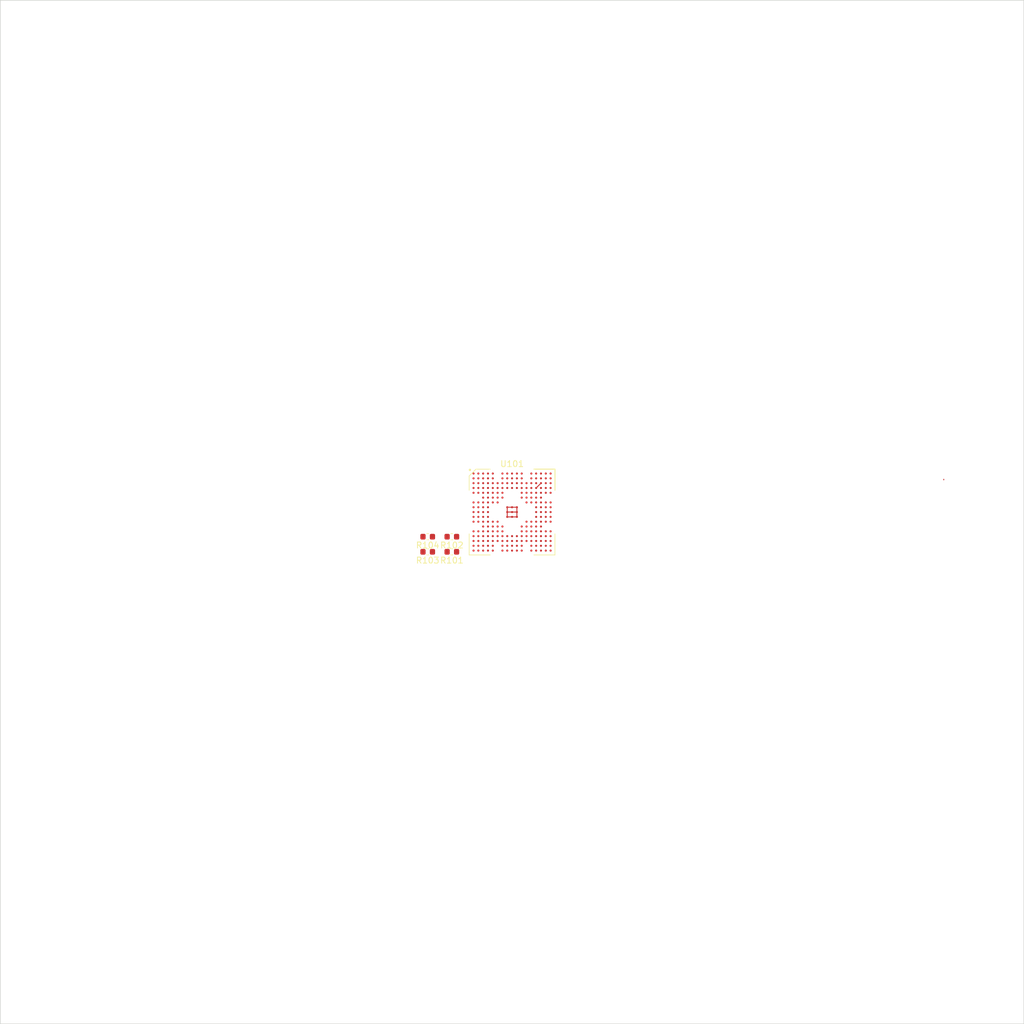
<source format=kicad_pcb>
(kicad_pcb (version 20171130) (host pcbnew 5.1.5+dfsg1-2build2)

  (general
    (thickness 1.6)
    (drawings 4)
    (tracks 8)
    (zones 0)
    (modules 5)
    (nets 8)
  )

  (page A3)
  (title_block
    (title "Neotron 9X PCB")
    (date 2020-07-25)
    (rev Uncontrolled)
    (company https://github.com/neotron-compute)
    (comment 1 "CC-BY-SA 4.0")
  )

  (layers
    (0 F.Cu signal)
    (31 B.Cu signal)
    (32 B.Adhes user)
    (33 F.Adhes user)
    (34 B.Paste user)
    (35 F.Paste user)
    (36 B.SilkS user)
    (37 F.SilkS user)
    (38 B.Mask user)
    (39 F.Mask user)
    (40 Dwgs.User user)
    (41 Cmts.User user)
    (42 Eco1.User user)
    (43 Eco2.User user)
    (44 Edge.Cuts user)
    (45 Margin user)
    (46 B.CrtYd user)
    (47 F.CrtYd user)
    (48 B.Fab user)
    (49 F.Fab user)
  )

  (setup
    (last_trace_width 0.15)
    (user_trace_width 0.15)
    (user_trace_width 0.3)
    (user_trace_width 0.6)
    (user_trace_width 1.2)
    (trace_clearance 0.15)
    (zone_clearance 0.508)
    (zone_45_only no)
    (trace_min 0.15)
    (via_size 0.6)
    (via_drill 0.35)
    (via_min_size 0.6)
    (via_min_drill 0.35)
    (user_via 0.6 0.35)
    (uvia_size 0.15)
    (uvia_drill 0.1)
    (uvias_allowed no)
    (uvia_min_size 0)
    (uvia_min_drill 0)
    (edge_width 0.05)
    (segment_width 0.2)
    (pcb_text_width 0.3)
    (pcb_text_size 1.5 1.5)
    (mod_edge_width 0.12)
    (mod_text_size 1 1)
    (mod_text_width 0.15)
    (pad_size 1.524 1.524)
    (pad_drill 0.762)
    (pad_to_mask_clearance 0.051)
    (solder_mask_min_width 0.25)
    (aux_axis_origin 0 0)
    (grid_origin 55 60)
    (visible_elements FFFFEF7F)
    (pcbplotparams
      (layerselection 0x010fc_ffffffff)
      (usegerberextensions false)
      (usegerberattributes false)
      (usegerberadvancedattributes false)
      (creategerberjobfile false)
      (excludeedgelayer true)
      (linewidth 0.100000)
      (plotframeref false)
      (viasonmask false)
      (mode 1)
      (useauxorigin false)
      (hpglpennumber 1)
      (hpglpenspeed 20)
      (hpglpendiameter 15.000000)
      (psnegative false)
      (psa4output false)
      (plotreference true)
      (plotvalue true)
      (plotinvisibletext false)
      (padsonsilk false)
      (subtractmaskfromsilk false)
      (outputformat 1)
      (mirror false)
      (drillshape 1)
      (scaleselection 1)
      (outputdirectory ""))
  )

  (net 0 "")
  (net 1 /TDI)
  (net 2 +3V3)
  (net 3 /TMS)
  (net 4 ~RST)
  (net 5 +1V8)
  (net 6 GND)
  (net 7 +1V1)

  (net_class Default "This is the default net class."
    (clearance 0.15)
    (trace_width 0.15)
    (via_dia 0.6)
    (via_drill 0.35)
    (uvia_dia 0.15)
    (uvia_drill 0.1)
    (add_net +1V1)
    (add_net +1V8)
    (add_net +3V3)
    (add_net /RTCK)
    (add_net /TDI)
    (add_net /TMS)
    (add_net GND)
    (add_net "Net-(U101-PadA2)")
    (add_net "Net-(U101-PadA3)")
    (add_net "Net-(U101-PadA4)")
    (add_net "Net-(U101-PadA5)")
    (add_net "Net-(U101-PadA7)")
    (add_net "Net-(U101-PadA8)")
    (add_net "Net-(U101-PadB1)")
    (add_net "Net-(U101-PadB3)")
    (add_net "Net-(U101-PadB4)")
    (add_net "Net-(U101-PadB5)")
    (add_net "Net-(U101-PadB7)")
    (add_net "Net-(U101-PadB8)")
    (add_net "Net-(U101-PadC1)")
    (add_net "Net-(U101-PadC4)")
    (add_net "Net-(U101-PadC5)")
    (add_net "Net-(U101-PadC6)")
    (add_net "Net-(U101-PadC7)")
    (add_net "Net-(U101-PadC8)")
    (add_net "Net-(U101-PadD1)")
    (add_net "Net-(U101-PadD2)")
    (add_net "Net-(U101-PadD3)")
    (add_net "Net-(U101-PadD5)")
    (add_net "Net-(U101-PadD7)")
    (add_net "Net-(U101-PadE1)")
    (add_net "Net-(U101-PadE2)")
    (add_net "Net-(U101-PadE3)")
    (add_net "Net-(U101-PadE4)")
    (add_net "Net-(U101-PadF4)")
    (add_net "Net-(U101-PadF5)")
    (add_net "Net-(U101-PadG1)")
    (add_net "Net-(U101-PadG2)")
    (add_net "Net-(U101-PadG3)")
    (add_net "Net-(U101-PadG4)")
    (add_net "Net-(U101-PadH1)")
    (add_net "Net-(U101-PadH2)")
    (add_net "Net-(U101-PadH3)")
    (add_net "Net-(U101-PadH4)")
    (add_net "Net-(U101-PadJ1)")
    (add_net "Net-(U101-PadJ2)")
    (add_net "Net-(U101-PadJ4)")
    (add_net "Net-(U101-PadK1)")
    (add_net "Net-(U101-PadK2)")
    (add_net "Net-(U101-PadK3)")
    (add_net "Net-(U101-PadK4)")
    (add_net "Net-(U101-PadL1)")
    (add_net "Net-(U101-PadL2)")
    (add_net "Net-(U101-PadL3)")
    (add_net "Net-(U101-PadL4)")
    (add_net "Net-(U101-PadM3)")
    (add_net "Net-(U101-PadM4)")
    (add_net "Net-(U101-PadN1)")
    (add_net "Net-(U101-PadN2)")
    (add_net "Net-(U101-PadN3)")
    (add_net "Net-(U101-PadP2)")
    (add_net "Net-(U101-PadP3)")
    (add_net "Net-(U101-PadP5)")
    (add_net "Net-(U101-PadP6)")
    (add_net "Net-(U101-PadR1)")
    (add_net "Net-(U101-PadR2)")
    (add_net "Net-(U101-PadR4)")
    (add_net "Net-(U101-PadR5)")
    (add_net "Net-(U101-PadR7)")
    (add_net "Net-(U101-PadT1)")
    (add_net "Net-(U101-PadT3)")
    (add_net "Net-(U101-PadT4)")
    (add_net "Net-(U101-PadT5)")
    (add_net "Net-(U101-PadT7)")
    (add_net "Net-(U101-PadU2)")
    (add_net "Net-(U101-PadU3)")
    (add_net "Net-(U101-PadU4)")
    (add_net "Net-(U101-PadU5)")
    (add_net "Net-(U101-PadU7)")
    (add_net ~RST)
  )

  (module Resistor_SMD:R_0603_1608Metric (layer F.Cu) (tedit 5B301BBD) (tstamp 5F1C9E7F)
    (at 125.99 149.09 180)
    (descr "Resistor SMD 0603 (1608 Metric), square (rectangular) end terminal, IPC_7351 nominal, (Body size source: http://www.tortai-tech.com/upload/download/2011102023233369053.pdf), generated with kicad-footprint-generator")
    (tags resistor)
    (path /5F45D253)
    (attr smd)
    (fp_text reference R104 (at 0 -1.43) (layer F.SilkS)
      (effects (font (size 1 1) (thickness 0.15)))
    )
    (fp_text value 100 (at 0 1.43) (layer F.Fab)
      (effects (font (size 1 1) (thickness 0.15)))
    )
    (fp_text user %R (at 0 0) (layer F.Fab)
      (effects (font (size 0.4 0.4) (thickness 0.06)))
    )
    (fp_line (start 1.48 0.73) (end -1.48 0.73) (layer F.CrtYd) (width 0.05))
    (fp_line (start 1.48 -0.73) (end 1.48 0.73) (layer F.CrtYd) (width 0.05))
    (fp_line (start -1.48 -0.73) (end 1.48 -0.73) (layer F.CrtYd) (width 0.05))
    (fp_line (start -1.48 0.73) (end -1.48 -0.73) (layer F.CrtYd) (width 0.05))
    (fp_line (start -0.162779 0.51) (end 0.162779 0.51) (layer F.SilkS) (width 0.12))
    (fp_line (start -0.162779 -0.51) (end 0.162779 -0.51) (layer F.SilkS) (width 0.12))
    (fp_line (start 0.8 0.4) (end -0.8 0.4) (layer F.Fab) (width 0.1))
    (fp_line (start 0.8 -0.4) (end 0.8 0.4) (layer F.Fab) (width 0.1))
    (fp_line (start -0.8 -0.4) (end 0.8 -0.4) (layer F.Fab) (width 0.1))
    (fp_line (start -0.8 0.4) (end -0.8 -0.4) (layer F.Fab) (width 0.1))
    (pad 2 smd roundrect (at 0.7875 0 180) (size 0.875 0.95) (layers F.Cu F.Paste F.Mask) (roundrect_rratio 0.25))
    (pad 1 smd roundrect (at -0.7875 0 180) (size 0.875 0.95) (layers F.Cu F.Paste F.Mask) (roundrect_rratio 0.25)
      (net 4 ~RST))
    (model ${KISYS3DMOD}/Resistor_SMD.3dshapes/R_0603_1608Metric.wrl
      (at (xyz 0 0 0))
      (scale (xyz 1 1 1))
      (rotate (xyz 0 0 0))
    )
  )

  (module Resistor_SMD:R_0603_1608Metric (layer F.Cu) (tedit 5B301BBD) (tstamp 5F1C9E6E)
    (at 125.99 151.6 180)
    (descr "Resistor SMD 0603 (1608 Metric), square (rectangular) end terminal, IPC_7351 nominal, (Body size source: http://www.tortai-tech.com/upload/download/2011102023233369053.pdf), generated with kicad-footprint-generator")
    (tags resistor)
    (path /5F45CF02)
    (attr smd)
    (fp_text reference R103 (at 0 -1.43) (layer F.SilkS)
      (effects (font (size 1 1) (thickness 0.15)))
    )
    (fp_text value 100 (at 0 1.43) (layer F.Fab)
      (effects (font (size 1 1) (thickness 0.15)))
    )
    (fp_text user %R (at 0 0) (layer F.Fab)
      (effects (font (size 0.4 0.4) (thickness 0.06)))
    )
    (fp_line (start 1.48 0.73) (end -1.48 0.73) (layer F.CrtYd) (width 0.05))
    (fp_line (start 1.48 -0.73) (end 1.48 0.73) (layer F.CrtYd) (width 0.05))
    (fp_line (start -1.48 -0.73) (end 1.48 -0.73) (layer F.CrtYd) (width 0.05))
    (fp_line (start -1.48 0.73) (end -1.48 -0.73) (layer F.CrtYd) (width 0.05))
    (fp_line (start -0.162779 0.51) (end 0.162779 0.51) (layer F.SilkS) (width 0.12))
    (fp_line (start -0.162779 -0.51) (end 0.162779 -0.51) (layer F.SilkS) (width 0.12))
    (fp_line (start 0.8 0.4) (end -0.8 0.4) (layer F.Fab) (width 0.1))
    (fp_line (start 0.8 -0.4) (end 0.8 0.4) (layer F.Fab) (width 0.1))
    (fp_line (start -0.8 -0.4) (end 0.8 -0.4) (layer F.Fab) (width 0.1))
    (fp_line (start -0.8 0.4) (end -0.8 -0.4) (layer F.Fab) (width 0.1))
    (pad 2 smd roundrect (at 0.7875 0 180) (size 0.875 0.95) (layers F.Cu F.Paste F.Mask) (roundrect_rratio 0.25)
      (net 4 ~RST))
    (pad 1 smd roundrect (at -0.7875 0 180) (size 0.875 0.95) (layers F.Cu F.Paste F.Mask) (roundrect_rratio 0.25)
      (net 2 +3V3))
    (model ${KISYS3DMOD}/Resistor_SMD.3dshapes/R_0603_1608Metric.wrl
      (at (xyz 0 0 0))
      (scale (xyz 1 1 1))
      (rotate (xyz 0 0 0))
    )
  )

  (module Resistor_SMD:R_0603_1608Metric (layer F.Cu) (tedit 5B301BBD) (tstamp 5F1C9E5D)
    (at 130 149.09 180)
    (descr "Resistor SMD 0603 (1608 Metric), square (rectangular) end terminal, IPC_7351 nominal, (Body size source: http://www.tortai-tech.com/upload/download/2011102023233369053.pdf), generated with kicad-footprint-generator")
    (tags resistor)
    (path /5F45CCB9)
    (attr smd)
    (fp_text reference R102 (at 0 -1.43) (layer F.SilkS)
      (effects (font (size 1 1) (thickness 0.15)))
    )
    (fp_text value 100 (at 0 1.43) (layer F.Fab)
      (effects (font (size 1 1) (thickness 0.15)))
    )
    (fp_text user %R (at 0 0) (layer F.Fab)
      (effects (font (size 0.4 0.4) (thickness 0.06)))
    )
    (fp_line (start 1.48 0.73) (end -1.48 0.73) (layer F.CrtYd) (width 0.05))
    (fp_line (start 1.48 -0.73) (end 1.48 0.73) (layer F.CrtYd) (width 0.05))
    (fp_line (start -1.48 -0.73) (end 1.48 -0.73) (layer F.CrtYd) (width 0.05))
    (fp_line (start -1.48 0.73) (end -1.48 -0.73) (layer F.CrtYd) (width 0.05))
    (fp_line (start -0.162779 0.51) (end 0.162779 0.51) (layer F.SilkS) (width 0.12))
    (fp_line (start -0.162779 -0.51) (end 0.162779 -0.51) (layer F.SilkS) (width 0.12))
    (fp_line (start 0.8 0.4) (end -0.8 0.4) (layer F.Fab) (width 0.1))
    (fp_line (start 0.8 -0.4) (end 0.8 0.4) (layer F.Fab) (width 0.1))
    (fp_line (start -0.8 -0.4) (end 0.8 -0.4) (layer F.Fab) (width 0.1))
    (fp_line (start -0.8 0.4) (end -0.8 -0.4) (layer F.Fab) (width 0.1))
    (pad 2 smd roundrect (at 0.7875 0 180) (size 0.875 0.95) (layers F.Cu F.Paste F.Mask) (roundrect_rratio 0.25)
      (net 3 /TMS))
    (pad 1 smd roundrect (at -0.7875 0 180) (size 0.875 0.95) (layers F.Cu F.Paste F.Mask) (roundrect_rratio 0.25)
      (net 2 +3V3))
    (model ${KISYS3DMOD}/Resistor_SMD.3dshapes/R_0603_1608Metric.wrl
      (at (xyz 0 0 0))
      (scale (xyz 1 1 1))
      (rotate (xyz 0 0 0))
    )
  )

  (module Resistor_SMD:R_0603_1608Metric (layer F.Cu) (tedit 5B301BBD) (tstamp 5F1C9E4C)
    (at 130 151.6 180)
    (descr "Resistor SMD 0603 (1608 Metric), square (rectangular) end terminal, IPC_7351 nominal, (Body size source: http://www.tortai-tech.com/upload/download/2011102023233369053.pdf), generated with kicad-footprint-generator")
    (tags resistor)
    (path /5F420D21)
    (attr smd)
    (fp_text reference R101 (at 0 -1.43) (layer F.SilkS)
      (effects (font (size 1 1) (thickness 0.15)))
    )
    (fp_text value 100 (at 0 1.43) (layer F.Fab)
      (effects (font (size 1 1) (thickness 0.15)))
    )
    (fp_text user %R (at 0 0) (layer F.Fab)
      (effects (font (size 0.4 0.4) (thickness 0.06)))
    )
    (fp_line (start 1.48 0.73) (end -1.48 0.73) (layer F.CrtYd) (width 0.05))
    (fp_line (start 1.48 -0.73) (end 1.48 0.73) (layer F.CrtYd) (width 0.05))
    (fp_line (start -1.48 -0.73) (end 1.48 -0.73) (layer F.CrtYd) (width 0.05))
    (fp_line (start -1.48 0.73) (end -1.48 -0.73) (layer F.CrtYd) (width 0.05))
    (fp_line (start -0.162779 0.51) (end 0.162779 0.51) (layer F.SilkS) (width 0.12))
    (fp_line (start -0.162779 -0.51) (end 0.162779 -0.51) (layer F.SilkS) (width 0.12))
    (fp_line (start 0.8 0.4) (end -0.8 0.4) (layer F.Fab) (width 0.1))
    (fp_line (start 0.8 -0.4) (end 0.8 0.4) (layer F.Fab) (width 0.1))
    (fp_line (start -0.8 -0.4) (end 0.8 -0.4) (layer F.Fab) (width 0.1))
    (fp_line (start -0.8 0.4) (end -0.8 -0.4) (layer F.Fab) (width 0.1))
    (pad 2 smd roundrect (at 0.7875 0 180) (size 0.875 0.95) (layers F.Cu F.Paste F.Mask) (roundrect_rratio 0.25)
      (net 1 /TDI))
    (pad 1 smd roundrect (at -0.7875 0 180) (size 0.875 0.95) (layers F.Cu F.Paste F.Mask) (roundrect_rratio 0.25)
      (net 2 +3V3))
    (model ${KISYS3DMOD}/Resistor_SMD.3dshapes/R_0603_1608Metric.wrl
      (at (xyz 0 0 0))
      (scale (xyz 1 1 1))
      (rotate (xyz 0 0 0))
    )
  )

  (module Neotron-9X-CPU:BGA-233_17x17_14.0x14.0mm (layer F.Cu) (tedit 5F1BFF70) (tstamp 5F1CEF42)
    (at 140 145)
    (path /5F1BF979)
    (attr smd)
    (fp_text reference U101 (at 0 -8) (layer F.SilkS)
      (effects (font (size 1 1) (thickness 0.15)))
    )
    (fp_text value SAM9X60D5M (at 0 8) (layer F.Fab)
      (effects (font (size 1 1) (thickness 0.15)))
    )
    (fp_line (start -7.5 7.5) (end -7.5 -7.5) (layer F.CrtYd) (width 0.05))
    (fp_line (start 7.5 7.5) (end -7.5 7.5) (layer F.CrtYd) (width 0.05))
    (fp_line (start 7.5 -7.5) (end 7.5 7.5) (layer F.CrtYd) (width 0.05))
    (fp_line (start -7.5 -7.5) (end 7.5 -7.5) (layer F.CrtYd) (width 0.05))
    (fp_circle (center -7 -7) (end -7 -6.9) (layer F.SilkS) (width 0.2))
    (fp_line (start -7.12 -6) (end -7.12 -3.62) (layer F.SilkS) (width 0.12))
    (fp_line (start -6 -7.12) (end -7.12 -6) (layer F.SilkS) (width 0.12))
    (fp_line (start -3.62 -7.12) (end -6 -7.12) (layer F.SilkS) (width 0.12))
    (fp_line (start -7.12 7.12) (end -7.12 3.62) (layer F.SilkS) (width 0.12))
    (fp_line (start -3.62 7.12) (end -7.12 7.12) (layer F.SilkS) (width 0.12))
    (fp_line (start 7.12 -7.12) (end 7.12 -3.62) (layer F.SilkS) (width 0.12))
    (fp_line (start 3.62 -7.12) (end 7.12 -7.12) (layer F.SilkS) (width 0.12))
    (fp_line (start 7.12 7.12) (end 7.12 3.62) (layer F.SilkS) (width 0.12))
    (fp_line (start 3.62 7.12) (end 7.12 7.12) (layer F.SilkS) (width 0.12))
    (fp_line (start 7.12 -7.12) (end 7.12 -3.62) (layer F.SilkS) (width 0.12))
    (fp_line (start 3.62 -7.12) (end 7.12 -7.12) (layer F.SilkS) (width 0.12))
    (fp_line (start 7.12 -7.12) (end 7.12 -3.62) (layer F.SilkS) (width 0.12))
    (fp_line (start 3.62 -7.12) (end 7.12 -7.12) (layer F.SilkS) (width 0.12))
    (fp_line (start 7 -7) (end -6 -7) (layer F.Fab) (width 0.1))
    (fp_line (start 7 7) (end 7 -7) (layer F.Fab) (width 0.1))
    (fp_line (start -7 7) (end 7 7) (layer F.Fab) (width 0.1))
    (fp_line (start -7 -6) (end -7 7) (layer F.Fab) (width 0.1))
    (fp_line (start -6 -7) (end -7 -6) (layer F.Fab) (width 0.1))
    (pad U17 smd circle (at 6.4 6.4) (size 0.35 0.35) (layers F.Cu F.Paste F.Mask))
    (pad T17 smd circle (at 6.4 5.6) (size 0.35 0.35) (layers F.Cu F.Paste F.Mask))
    (pad R17 smd circle (at 6.4 4.8) (size 0.35 0.35) (layers F.Cu F.Paste F.Mask))
    (pad P17 smd circle (at 6.4 4) (size 0.35 0.35) (layers F.Cu F.Paste F.Mask))
    (pad N17 smd circle (at 6.4 3.2) (size 0.35 0.35) (layers F.Cu F.Paste F.Mask))
    (pad L17 smd circle (at 6.4 1.6) (size 0.35 0.35) (layers F.Cu F.Paste F.Mask))
    (pad K17 smd circle (at 6.4 0.8) (size 0.35 0.35) (layers F.Cu F.Paste F.Mask))
    (pad J17 smd circle (at 6.4 0) (size 0.35 0.35) (layers F.Cu F.Paste F.Mask))
    (pad H17 smd circle (at 6.4 -0.8) (size 0.35 0.35) (layers F.Cu F.Paste F.Mask))
    (pad G17 smd circle (at 6.4 -1.6) (size 0.35 0.35) (layers F.Cu F.Paste F.Mask))
    (pad E17 smd circle (at 6.4 -3.2) (size 0.35 0.35) (layers F.Cu F.Paste F.Mask))
    (pad D17 smd circle (at 6.4 -4) (size 0.35 0.35) (layers F.Cu F.Paste F.Mask))
    (pad C17 smd circle (at 6.4 -4.8) (size 0.35 0.35) (layers F.Cu F.Paste F.Mask))
    (pad B17 smd circle (at 6.4 -5.6) (size 0.35 0.35) (layers F.Cu F.Paste F.Mask)
      (net 5 +1V8))
    (pad A17 smd circle (at 6.4 -6.4) (size 0.35 0.35) (layers F.Cu F.Paste F.Mask)
      (net 6 GND))
    (pad U16 smd circle (at 5.6 6.4) (size 0.35 0.35) (layers F.Cu F.Paste F.Mask))
    (pad T16 smd circle (at 5.6 5.6) (size 0.35 0.35) (layers F.Cu F.Paste F.Mask)
      (net 6 GND))
    (pad R16 smd circle (at 5.6 4.8) (size 0.35 0.35) (layers F.Cu F.Paste F.Mask)
      (net 6 GND))
    (pad P16 smd circle (at 5.6 4) (size 0.35 0.35) (layers F.Cu F.Paste F.Mask))
    (pad N16 smd circle (at 5.6 3.2) (size 0.35 0.35) (layers F.Cu F.Paste F.Mask)
      (net 3 /TMS))
    (pad L16 smd circle (at 5.6 1.6) (size 0.35 0.35) (layers F.Cu F.Paste F.Mask))
    (pad K16 smd circle (at 5.6 0.8) (size 0.35 0.35) (layers F.Cu F.Paste F.Mask))
    (pad J16 smd circle (at 5.6 0) (size 0.35 0.35) (layers F.Cu F.Paste F.Mask))
    (pad H16 smd circle (at 5.6 -0.8) (size 0.35 0.35) (layers F.Cu F.Paste F.Mask))
    (pad G16 smd circle (at 5.6 -1.6) (size 0.35 0.35) (layers F.Cu F.Paste F.Mask))
    (pad E16 smd circle (at 5.6 -3.2) (size 0.35 0.35) (layers F.Cu F.Paste F.Mask))
    (pad D16 smd circle (at 5.6 -4) (size 0.35 0.35) (layers F.Cu F.Paste F.Mask))
    (pad C16 smd circle (at 5.6 -4.8) (size 0.35 0.35) (layers F.Cu F.Paste F.Mask)
      (net 5 +1V8))
    (pad B16 smd circle (at 5.6 -5.6) (size 0.35 0.35) (layers F.Cu F.Paste F.Mask)
      (net 6 GND))
    (pad A16 smd circle (at 5.6 -6.4) (size 0.35 0.35) (layers F.Cu F.Paste F.Mask)
      (net 5 +1V8))
    (pad U15 smd circle (at 4.8 6.4) (size 0.35 0.35) (layers F.Cu F.Paste F.Mask)
      (net 6 GND))
    (pad T15 smd circle (at 4.8 5.6) (size 0.35 0.35) (layers F.Cu F.Paste F.Mask))
    (pad R15 smd circle (at 4.8 4.8) (size 0.35 0.35) (layers F.Cu F.Paste F.Mask)
      (net 6 GND))
    (pad P15 smd circle (at 4.8 4) (size 0.35 0.35) (layers F.Cu F.Paste F.Mask))
    (pad N15 smd circle (at 4.8 3.2) (size 0.35 0.35) (layers F.Cu F.Paste F.Mask))
    (pad M15 smd circle (at 4.8 2.4) (size 0.35 0.35) (layers F.Cu F.Paste F.Mask))
    (pad L15 smd circle (at 4.8 1.6) (size 0.35 0.35) (layers F.Cu F.Paste F.Mask)
      (net 1 /TDI))
    (pad K15 smd circle (at 4.8 0.8) (size 0.35 0.35) (layers F.Cu F.Paste F.Mask))
    (pad J15 smd circle (at 4.8 0) (size 0.35 0.35) (layers F.Cu F.Paste F.Mask)
      (net 6 GND))
    (pad H15 smd circle (at 4.8 -0.8) (size 0.35 0.35) (layers F.Cu F.Paste F.Mask))
    (pad G15 smd circle (at 4.8 -1.6) (size 0.35 0.35) (layers F.Cu F.Paste F.Mask))
    (pad F15 smd circle (at 4.8 -2.4) (size 0.35 0.35) (layers F.Cu F.Paste F.Mask)
      (net 6 GND))
    (pad E15 smd circle (at 4.8 -3.2) (size 0.35 0.35) (layers F.Cu F.Paste F.Mask))
    (pad D15 smd circle (at 4.8 -4) (size 0.35 0.35) (layers F.Cu F.Paste F.Mask)
      (net 5 +1V8))
    (pad C15 smd circle (at 4.8 -4.8) (size 0.35 0.35) (layers F.Cu F.Paste F.Mask)
      (net 6 GND))
    (pad B15 smd circle (at 4.8 -5.6) (size 0.35 0.35) (layers F.Cu F.Paste F.Mask)
      (net 5 +1V8))
    (pad A15 smd circle (at 4.8 -6.4) (size 0.35 0.35) (layers F.Cu F.Paste F.Mask)
      (net 6 GND))
    (pad U14 smd circle (at 4 6.4) (size 0.35 0.35) (layers F.Cu F.Paste F.Mask))
    (pad T14 smd circle (at 4 5.6) (size 0.35 0.35) (layers F.Cu F.Paste F.Mask))
    (pad R14 smd circle (at 4 4.8) (size 0.35 0.35) (layers F.Cu F.Paste F.Mask))
    (pad P14 smd circle (at 4 4) (size 0.35 0.35) (layers F.Cu F.Paste F.Mask)
      (net 6 GND))
    (pad N14 smd circle (at 4 3.2) (size 0.35 0.35) (layers F.Cu F.Paste F.Mask))
    (pad M14 smd circle (at 4 2.4) (size 0.35 0.35) (layers F.Cu F.Paste F.Mask)
      (net 6 GND))
    (pad L14 smd circle (at 4 1.6) (size 0.35 0.35) (layers F.Cu F.Paste F.Mask)
      (net 6 GND))
    (pad K14 smd circle (at 4 0.8) (size 0.35 0.35) (layers F.Cu F.Paste F.Mask))
    (pad J14 smd circle (at 4 0) (size 0.35 0.35) (layers F.Cu F.Paste F.Mask))
    (pad H14 smd circle (at 4 -0.8) (size 0.35 0.35) (layers F.Cu F.Paste F.Mask))
    (pad G14 smd circle (at 4 -1.6) (size 0.35 0.35) (layers F.Cu F.Paste F.Mask))
    (pad F14 smd circle (at 4 -2.4) (size 0.35 0.35) (layers F.Cu F.Paste F.Mask))
    (pad E14 smd circle (at 4 -3.2) (size 0.35 0.35) (layers F.Cu F.Paste F.Mask))
    (pad D14 smd circle (at 4 -4) (size 0.35 0.35) (layers F.Cu F.Paste F.Mask)
      (net 6 GND))
    (pad C14 smd circle (at 4 -4.8) (size 0.35 0.35) (layers F.Cu F.Paste F.Mask)
      (net 5 +1V8))
    (pad B14 smd circle (at 4 -5.6) (size 0.35 0.35) (layers F.Cu F.Paste F.Mask)
      (net 6 GND))
    (pad A14 smd circle (at 4 -6.4) (size 0.35 0.35) (layers F.Cu F.Paste F.Mask))
    (pad U13 smd circle (at 3.2 6.4) (size 0.35 0.35) (layers F.Cu F.Paste F.Mask))
    (pad T13 smd circle (at 3.2 5.6) (size 0.35 0.35) (layers F.Cu F.Paste F.Mask))
    (pad R13 smd circle (at 3.2 4.8) (size 0.35 0.35) (layers F.Cu F.Paste F.Mask))
    (pad P13 smd circle (at 3.2 4) (size 0.35 0.35) (layers F.Cu F.Paste F.Mask))
    (pad N13 smd circle (at 3.2 3.2) (size 0.35 0.35) (layers F.Cu F.Paste F.Mask)
      (net 6 GND))
    (pad M13 smd circle (at 3.2 2.4) (size 0.35 0.35) (layers F.Cu F.Paste F.Mask)
      (net 6 GND))
    (pad L13 smd circle (at 3.2 1.6) (size 0.35 0.35) (layers F.Cu F.Paste F.Mask)
      (net 6 GND))
    (pad G13 smd circle (at 3.2 -1.6) (size 0.35 0.35) (layers F.Cu F.Paste F.Mask)
      (net 5 +1V8))
    (pad F13 smd circle (at 3.2 -2.4) (size 0.35 0.35) (layers F.Cu F.Paste F.Mask)
      (net 5 +1V8))
    (pad E13 smd circle (at 3.2 -3.2) (size 0.35 0.35) (layers F.Cu F.Paste F.Mask)
      (net 6 GND))
    (pad D13 smd circle (at 3.2 -4) (size 0.35 0.35) (layers F.Cu F.Paste F.Mask)
      (net 5 +1V8))
    (pad C13 smd circle (at 3.2 -4.8) (size 0.35 0.35) (layers F.Cu F.Paste F.Mask)
      (net 6 GND))
    (pad B13 smd circle (at 3.2 -5.6) (size 0.35 0.35) (layers F.Cu F.Paste F.Mask)
      (net 6 GND))
    (pad A13 smd circle (at 3.2 -6.4) (size 0.35 0.35) (layers F.Cu F.Paste F.Mask)
      (net 6 GND))
    (pad R12 smd circle (at 2.4 4.8) (size 0.35 0.35) (layers F.Cu F.Paste F.Mask))
    (pad P12 smd circle (at 2.4 4) (size 0.35 0.35) (layers F.Cu F.Paste F.Mask))
    (pad N12 smd circle (at 2.4 3.2) (size 0.35 0.35) (layers F.Cu F.Paste F.Mask)
      (net 6 GND))
    (pad M12 smd circle (at 2.4 2.4) (size 0.35 0.35) (layers F.Cu F.Paste F.Mask)
      (net 6 GND))
    (pad L12 smd circle (at 2.4 1.6) (size 0.35 0.35) (layers F.Cu F.Paste F.Mask)
      (net 6 GND))
    (pad G12 smd circle (at 2.4 -1.6) (size 0.35 0.35) (layers F.Cu F.Paste F.Mask)
      (net 6 GND))
    (pad F12 smd circle (at 2.4 -2.4) (size 0.35 0.35) (layers F.Cu F.Paste F.Mask)
      (net 6 GND))
    (pad E12 smd circle (at 2.4 -3.2) (size 0.35 0.35) (layers F.Cu F.Paste F.Mask)
      (net 5 +1V8))
    (pad D12 smd circle (at 2.4 -4) (size 0.35 0.35) (layers F.Cu F.Paste F.Mask))
    (pad C12 smd circle (at 2.4 -4.8) (size 0.35 0.35) (layers F.Cu F.Paste F.Mask)
      (net 6 GND))
    (pad U11 smd circle (at 1.6 6.4) (size 0.35 0.35) (layers F.Cu F.Paste F.Mask))
    (pad T11 smd circle (at 1.6 5.6) (size 0.35 0.35) (layers F.Cu F.Paste F.Mask))
    (pad R11 smd circle (at 1.6 4.8) (size 0.35 0.35) (layers F.Cu F.Paste F.Mask)
      (net 6 GND))
    (pad P11 smd circle (at 1.6 4) (size 0.35 0.35) (layers F.Cu F.Paste F.Mask))
    (pad N11 smd circle (at 1.6 3.2) (size 0.35 0.35) (layers F.Cu F.Paste F.Mask))
    (pad M11 smd circle (at 1.6 2.4) (size 0.35 0.35) (layers F.Cu F.Paste F.Mask)
      (net 6 GND))
    (pad F11 smd circle (at 1.6 -2.4) (size 0.35 0.35) (layers F.Cu F.Paste F.Mask)
      (net 6 GND))
    (pad E11 smd circle (at 1.6 -3.2) (size 0.35 0.35) (layers F.Cu F.Paste F.Mask)
      (net 5 +1V8))
    (pad D11 smd circle (at 1.6 -4) (size 0.35 0.35) (layers F.Cu F.Paste F.Mask))
    (pad C11 smd circle (at 1.6 -4.8) (size 0.35 0.35) (layers F.Cu F.Paste F.Mask))
    (pad B11 smd circle (at 1.6 -5.6) (size 0.35 0.35) (layers F.Cu F.Paste F.Mask))
    (pad A11 smd circle (at 1.6 -6.4) (size 0.35 0.35) (layers F.Cu F.Paste F.Mask))
    (pad U10 smd circle (at 0.8 6.4) (size 0.35 0.35) (layers F.Cu F.Paste F.Mask))
    (pad T10 smd circle (at 0.8 5.6) (size 0.35 0.35) (layers F.Cu F.Paste F.Mask))
    (pad R10 smd circle (at 0.8 4.8) (size 0.35 0.35) (layers F.Cu F.Paste F.Mask))
    (pad P10 smd circle (at 0.8 4) (size 0.35 0.35) (layers F.Cu F.Paste F.Mask)
      (net 6 GND))
    (pad K10 smd circle (at 0.8 0.8) (size 0.35 0.35) (layers F.Cu F.Paste F.Mask)
      (net 6 GND))
    (pad J10 smd circle (at 0.8 0) (size 0.35 0.35) (layers F.Cu F.Paste F.Mask)
      (net 6 GND))
    (pad H10 smd circle (at 0.8 -0.8) (size 0.35 0.35) (layers F.Cu F.Paste F.Mask)
      (net 6 GND))
    (pad D10 smd circle (at 0.8 -4) (size 0.35 0.35) (layers F.Cu F.Paste F.Mask))
    (pad C10 smd circle (at 0.8 -4.8) (size 0.35 0.35) (layers F.Cu F.Paste F.Mask))
    (pad B10 smd circle (at 0.8 -5.6) (size 0.35 0.35) (layers F.Cu F.Paste F.Mask))
    (pad A10 smd circle (at 0.8 -6.4) (size 0.35 0.35) (layers F.Cu F.Paste F.Mask))
    (pad U9 smd circle (at 0 6.4) (size 0.35 0.35) (layers F.Cu F.Paste F.Mask))
    (pad T9 smd circle (at 0 5.6) (size 0.35 0.35) (layers F.Cu F.Paste F.Mask))
    (pad R9 smd circle (at 0 4.8) (size 0.35 0.35) (layers F.Cu F.Paste F.Mask)
      (net 6 GND))
    (pad P9 smd circle (at 0 4) (size 0.35 0.35) (layers F.Cu F.Paste F.Mask))
    (pad K9 smd circle (at 0 0.8) (size 0.35 0.35) (layers F.Cu F.Paste F.Mask)
      (net 6 GND))
    (pad J9 smd circle (at 0 0) (size 0.35 0.35) (layers F.Cu F.Paste F.Mask)
      (net 6 GND))
    (pad H9 smd circle (at 0 -0.8) (size 0.35 0.35) (layers F.Cu F.Paste F.Mask)
      (net 6 GND))
    (pad D9 smd circle (at 0 -4) (size 0.35 0.35) (layers F.Cu F.Paste F.Mask))
    (pad C9 smd circle (at 0 -4.8) (size 0.35 0.35) (layers F.Cu F.Paste F.Mask)
      (net 6 GND))
    (pad B9 smd circle (at 0 -5.6) (size 0.35 0.35) (layers F.Cu F.Paste F.Mask))
    (pad A9 smd circle (at 0 -6.4) (size 0.35 0.35) (layers F.Cu F.Paste F.Mask))
    (pad U8 smd circle (at -0.8 6.4) (size 0.35 0.35) (layers F.Cu F.Paste F.Mask))
    (pad T8 smd circle (at -0.8 5.6) (size 0.35 0.35) (layers F.Cu F.Paste F.Mask))
    (pad R8 smd circle (at -0.8 4.8) (size 0.35 0.35) (layers F.Cu F.Paste F.Mask))
    (pad P8 smd circle (at -0.8 4) (size 0.35 0.35) (layers F.Cu F.Paste F.Mask))
    (pad K8 smd circle (at -0.8 0.8) (size 0.35 0.35) (layers F.Cu F.Paste F.Mask)
      (net 6 GND))
    (pad J8 smd circle (at -0.8 0) (size 0.35 0.35) (layers F.Cu F.Paste F.Mask)
      (net 6 GND))
    (pad H8 smd circle (at -0.8 -0.8) (size 0.35 0.35) (layers F.Cu F.Paste F.Mask)
      (net 6 GND))
    (pad D8 smd circle (at -0.8 -4) (size 0.35 0.35) (layers F.Cu F.Paste F.Mask)
      (net 7 +1V1))
    (pad C8 smd circle (at -0.8 -4.8) (size 0.35 0.35) (layers F.Cu F.Paste F.Mask))
    (pad B8 smd circle (at -0.8 -5.6) (size 0.35 0.35) (layers F.Cu F.Paste F.Mask))
    (pad A8 smd circle (at -0.8 -6.4) (size 0.35 0.35) (layers F.Cu F.Paste F.Mask))
    (pad U7 smd circle (at -1.6 6.4) (size 0.35 0.35) (layers F.Cu F.Paste F.Mask))
    (pad T7 smd circle (at -1.6 5.6) (size 0.35 0.35) (layers F.Cu F.Paste F.Mask))
    (pad R7 smd circle (at -1.6 4.8) (size 0.35 0.35) (layers F.Cu F.Paste F.Mask))
    (pad P7 smd circle (at -1.6 4) (size 0.35 0.35) (layers F.Cu F.Paste F.Mask)
      (net 6 GND))
    (pad N7 smd circle (at -1.6 3.2) (size 0.35 0.35) (layers F.Cu F.Paste F.Mask)
      (net 6 GND))
    (pad M7 smd circle (at -1.6 2.4) (size 0.35 0.35) (layers F.Cu F.Paste F.Mask)
      (net 7 +1V1))
    (pad F7 smd circle (at -1.6 -2.4) (size 0.35 0.35) (layers F.Cu F.Paste F.Mask)
      (net 6 GND))
    (pad E7 smd circle (at -1.6 -3.2) (size 0.35 0.35) (layers F.Cu F.Paste F.Mask)
      (net 6 GND))
    (pad D7 smd circle (at -1.6 -4) (size 0.35 0.35) (layers F.Cu F.Paste F.Mask))
    (pad C7 smd circle (at -1.6 -4.8) (size 0.35 0.35) (layers F.Cu F.Paste F.Mask))
    (pad B7 smd circle (at -1.6 -5.6) (size 0.35 0.35) (layers F.Cu F.Paste F.Mask))
    (pad A7 smd circle (at -1.6 -6.4) (size 0.35 0.35) (layers F.Cu F.Paste F.Mask))
    (pad R6 smd circle (at -2.4 4.8) (size 0.35 0.35) (layers F.Cu F.Paste F.Mask)
      (net 7 +1V1))
    (pad P6 smd circle (at -2.4 4) (size 0.35 0.35) (layers F.Cu F.Paste F.Mask))
    (pad N6 smd circle (at -2.4 3.2) (size 0.35 0.35) (layers F.Cu F.Paste F.Mask)
      (net 6 GND))
    (pad M6 smd circle (at -2.4 2.4) (size 0.35 0.35) (layers F.Cu F.Paste F.Mask)
      (net 6 GND))
    (pad L6 smd circle (at -2.4 1.6) (size 0.35 0.35) (layers F.Cu F.Paste F.Mask)
      (net 7 +1V1))
    (pad G6 smd circle (at -2.4 -1.6) (size 0.35 0.35) (layers F.Cu F.Paste F.Mask)
      (net 6 GND))
    (pad F6 smd circle (at -2.4 -2.4) (size 0.35 0.35) (layers F.Cu F.Paste F.Mask)
      (net 6 GND))
    (pad E6 smd circle (at -2.4 -3.2) (size 0.35 0.35) (layers F.Cu F.Paste F.Mask)
      (net 6 GND))
    (pad D6 smd circle (at -2.4 -4) (size 0.35 0.35) (layers F.Cu F.Paste F.Mask)
      (net 7 +1V1))
    (pad C6 smd circle (at -2.4 -4.8) (size 0.35 0.35) (layers F.Cu F.Paste F.Mask))
    (pad U5 smd circle (at -3.2 6.4) (size 0.35 0.35) (layers F.Cu F.Paste F.Mask))
    (pad T5 smd circle (at -3.2 5.6) (size 0.35 0.35) (layers F.Cu F.Paste F.Mask))
    (pad R5 smd circle (at -3.2 4.8) (size 0.35 0.35) (layers F.Cu F.Paste F.Mask))
    (pad P5 smd circle (at -3.2 4) (size 0.35 0.35) (layers F.Cu F.Paste F.Mask))
    (pad N5 smd circle (at -3.2 3.2) (size 0.35 0.35) (layers F.Cu F.Paste F.Mask)
      (net 6 GND))
    (pad M5 smd circle (at -3.2 2.4) (size 0.35 0.35) (layers F.Cu F.Paste F.Mask)
      (net 6 GND))
    (pad L5 smd circle (at -3.2 1.6) (size 0.35 0.35) (layers F.Cu F.Paste F.Mask)
      (net 6 GND))
    (pad G5 smd circle (at -3.2 -1.6) (size 0.35 0.35) (layers F.Cu F.Paste F.Mask)
      (net 7 +1V1))
    (pad F5 smd circle (at -3.2 -2.4) (size 0.35 0.35) (layers F.Cu F.Paste F.Mask))
    (pad E5 smd circle (at -3.2 -3.2) (size 0.35 0.35) (layers F.Cu F.Paste F.Mask)
      (net 6 GND))
    (pad D5 smd circle (at -3.2 -4) (size 0.35 0.35) (layers F.Cu F.Paste F.Mask))
    (pad C5 smd circle (at -3.2 -4.8) (size 0.35 0.35) (layers F.Cu F.Paste F.Mask))
    (pad B5 smd circle (at -3.2 -5.6) (size 0.35 0.35) (layers F.Cu F.Paste F.Mask))
    (pad A5 smd circle (at -3.2 -6.4) (size 0.35 0.35) (layers F.Cu F.Paste F.Mask))
    (pad U4 smd circle (at -4 6.4) (size 0.35 0.35) (layers F.Cu F.Paste F.Mask))
    (pad T4 smd circle (at -4 5.6) (size 0.35 0.35) (layers F.Cu F.Paste F.Mask))
    (pad R4 smd circle (at -4 4.8) (size 0.35 0.35) (layers F.Cu F.Paste F.Mask))
    (pad P4 smd circle (at -4 4) (size 0.35 0.35) (layers F.Cu F.Paste F.Mask)
      (net 6 GND))
    (pad N4 smd circle (at -4 3.2) (size 0.35 0.35) (layers F.Cu F.Paste F.Mask))
    (pad M4 smd circle (at -4 2.4) (size 0.35 0.35) (layers F.Cu F.Paste F.Mask))
    (pad L4 smd circle (at -4 1.6) (size 0.35 0.35) (layers F.Cu F.Paste F.Mask))
    (pad K4 smd circle (at -4 0.8) (size 0.35 0.35) (layers F.Cu F.Paste F.Mask))
    (pad J4 smd circle (at -4 0) (size 0.35 0.35) (layers F.Cu F.Paste F.Mask))
    (pad H4 smd circle (at -4 -0.8) (size 0.35 0.35) (layers F.Cu F.Paste F.Mask))
    (pad G4 smd circle (at -4 -1.6) (size 0.35 0.35) (layers F.Cu F.Paste F.Mask))
    (pad F4 smd circle (at -4 -2.4) (size 0.35 0.35) (layers F.Cu F.Paste F.Mask))
    (pad E4 smd circle (at -4 -3.2) (size 0.35 0.35) (layers F.Cu F.Paste F.Mask))
    (pad D4 smd circle (at -4 -4) (size 0.35 0.35) (layers F.Cu F.Paste F.Mask)
      (net 6 GND))
    (pad C4 smd circle (at -4 -4.8) (size 0.35 0.35) (layers F.Cu F.Paste F.Mask))
    (pad B4 smd circle (at -4 -5.6) (size 0.35 0.35) (layers F.Cu F.Paste F.Mask))
    (pad A4 smd circle (at -4 -6.4) (size 0.35 0.35) (layers F.Cu F.Paste F.Mask))
    (pad U3 smd circle (at -4.8 6.4) (size 0.35 0.35) (layers F.Cu F.Paste F.Mask))
    (pad T3 smd circle (at -4.8 5.6) (size 0.35 0.35) (layers F.Cu F.Paste F.Mask))
    (pad R3 smd circle (at -4.8 4.8) (size 0.35 0.35) (layers F.Cu F.Paste F.Mask)
      (net 6 GND))
    (pad P3 smd circle (at -4.8 4) (size 0.35 0.35) (layers F.Cu F.Paste F.Mask))
    (pad N3 smd circle (at -4.8 3.2) (size 0.35 0.35) (layers F.Cu F.Paste F.Mask))
    (pad M3 smd circle (at -4.8 2.4) (size 0.35 0.35) (layers F.Cu F.Paste F.Mask))
    (pad L3 smd circle (at -4.8 1.6) (size 0.35 0.35) (layers F.Cu F.Paste F.Mask))
    (pad K3 smd circle (at -4.8 0.8) (size 0.35 0.35) (layers F.Cu F.Paste F.Mask))
    (pad J3 smd circle (at -4.8 0) (size 0.35 0.35) (layers F.Cu F.Paste F.Mask)
      (net 6 GND))
    (pad H3 smd circle (at -4.8 -0.8) (size 0.35 0.35) (layers F.Cu F.Paste F.Mask))
    (pad G3 smd circle (at -4.8 -1.6) (size 0.35 0.35) (layers F.Cu F.Paste F.Mask))
    (pad F3 smd circle (at -4.8 -2.4) (size 0.35 0.35) (layers F.Cu F.Paste F.Mask)
      (net 6 GND))
    (pad E3 smd circle (at -4.8 -3.2) (size 0.35 0.35) (layers F.Cu F.Paste F.Mask))
    (pad D3 smd circle (at -4.8 -4) (size 0.35 0.35) (layers F.Cu F.Paste F.Mask))
    (pad C3 smd circle (at -4.8 -4.8) (size 0.35 0.35) (layers F.Cu F.Paste F.Mask)
      (net 6 GND))
    (pad B3 smd circle (at -4.8 -5.6) (size 0.35 0.35) (layers F.Cu F.Paste F.Mask))
    (pad A3 smd circle (at -4.8 -6.4) (size 0.35 0.35) (layers F.Cu F.Paste F.Mask))
    (pad U2 smd circle (at -5.6 6.4) (size 0.35 0.35) (layers F.Cu F.Paste F.Mask))
    (pad T2 smd circle (at -5.6 5.6) (size 0.35 0.35) (layers F.Cu F.Paste F.Mask)
      (net 6 GND))
    (pad R2 smd circle (at -5.6 4.8) (size 0.35 0.35) (layers F.Cu F.Paste F.Mask))
    (pad P2 smd circle (at -5.6 4) (size 0.35 0.35) (layers F.Cu F.Paste F.Mask))
    (pad N2 smd circle (at -5.6 3.2) (size 0.35 0.35) (layers F.Cu F.Paste F.Mask))
    (pad L2 smd circle (at -5.6 1.6) (size 0.35 0.35) (layers F.Cu F.Paste F.Mask))
    (pad K2 smd circle (at -5.6 0.8) (size 0.35 0.35) (layers F.Cu F.Paste F.Mask))
    (pad J2 smd circle (at -5.6 0) (size 0.35 0.35) (layers F.Cu F.Paste F.Mask))
    (pad H2 smd circle (at -5.6 -0.8) (size 0.35 0.35) (layers F.Cu F.Paste F.Mask))
    (pad G2 smd circle (at -5.6 -1.6) (size 0.35 0.35) (layers F.Cu F.Paste F.Mask))
    (pad E2 smd circle (at -5.6 -3.2) (size 0.35 0.35) (layers F.Cu F.Paste F.Mask))
    (pad D2 smd circle (at -5.6 -4) (size 0.35 0.35) (layers F.Cu F.Paste F.Mask))
    (pad C2 smd circle (at -5.6 -4.8) (size 0.35 0.35) (layers F.Cu F.Paste F.Mask)
      (net 7 +1V1))
    (pad B2 smd circle (at -5.6 -5.6) (size 0.35 0.35) (layers F.Cu F.Paste F.Mask)
      (net 6 GND))
    (pad A2 smd circle (at -5.6 -6.4) (size 0.35 0.35) (layers F.Cu F.Paste F.Mask))
    (pad U1 smd circle (at -6.4 6.4) (size 0.35 0.35) (layers F.Cu F.Paste F.Mask)
      (net 6 GND))
    (pad T1 smd circle (at -6.4 5.6) (size 0.35 0.35) (layers F.Cu F.Paste F.Mask))
    (pad R1 smd circle (at -6.4 4.8) (size 0.35 0.35) (layers F.Cu F.Paste F.Mask))
    (pad P1 smd circle (at -6.4 4) (size 0.35 0.35) (layers F.Cu F.Paste F.Mask)
      (net 4 ~RST))
    (pad N1 smd circle (at -6.4 3.2) (size 0.35 0.35) (layers F.Cu F.Paste F.Mask))
    (pad L1 smd circle (at -6.4 1.6) (size 0.35 0.35) (layers F.Cu F.Paste F.Mask))
    (pad K1 smd circle (at -6.4 0.8) (size 0.35 0.35) (layers F.Cu F.Paste F.Mask))
    (pad J1 smd circle (at -6.4 0) (size 0.35 0.35) (layers F.Cu F.Paste F.Mask))
    (pad H1 smd circle (at -6.4 -0.8) (size 0.35 0.35) (layers F.Cu F.Paste F.Mask))
    (pad G1 smd circle (at -6.4 -1.6) (size 0.35 0.35) (layers F.Cu F.Paste F.Mask))
    (pad E1 smd circle (at -6.4 -3.2) (size 0.35 0.35) (layers F.Cu F.Paste F.Mask))
    (pad D1 smd circle (at -6.4 -4) (size 0.35 0.35) (layers F.Cu F.Paste F.Mask))
    (pad C1 smd circle (at -6.4 -4.8) (size 0.35 0.35) (layers F.Cu F.Paste F.Mask))
    (pad B1 smd circle (at -6.4 -5.6) (size 0.35 0.35) (layers F.Cu F.Paste F.Mask))
    (pad A1 smd circle (at -6.4 -6.4) (size 0.35 0.35) (layers F.Cu F.Paste F.Mask)
      (net 6 GND))
  )

  (gr_line (start 225 60) (end 225 230) (layer Edge.Cuts) (width 0.1))
  (gr_line (start 55 60) (end 225 60) (layer Edge.Cuts) (width 0.1))
  (gr_line (start 55 230) (end 55 60) (layer Edge.Cuts) (width 0.1))
  (gr_line (start 225 230) (end 55 230) (layer Edge.Cuts) (width 0.1))

  (segment (start 211.7 139.65) (end 211.7 139.55) (width 0.15) (layer F.Cu) (net 0))
  (segment (start 144 141) (end 144.8 140.2) (width 0.15) (layer F.Cu) (net 6))
  (segment (start 139.2 144.2) (end 140.8 144.2) (width 0.15) (layer F.Cu) (net 6))
  (segment (start 140.8 144.2) (end 140.8 145.8) (width 0.15) (layer F.Cu) (net 6))
  (segment (start 140.8 145.8) (end 139.2 145.8) (width 0.15) (layer F.Cu) (net 6))
  (segment (start 139.2 145) (end 139.2 145.8) (width 0.15) (layer F.Cu) (net 6))
  (segment (start 139.2 145) (end 140.8 145) (width 0.15) (layer F.Cu) (net 6))
  (segment (start 139.2 145) (end 139.2 144.2) (width 0.15) (layer F.Cu) (net 6))

)

</source>
